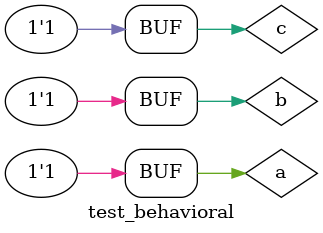
<source format=v>
`timescale 1ns / 1ps


module test_behavioral;

	// Inputs
	reg a;
	reg b;
	reg c;

	// Outputs
	wire [1:0] outp;

	// Instantiate the Unit Under Test (UUT)
	encoder_behavioral uut (
		.a(a), 
		.b(b), 
		.c(c), 
		.outp(outp)
	);

	initial begin
		// Initialize Inputs

		a = 0;
		b = 0;
		c = 0;
		#100;


		a = 0;
		b = 0;
		c = 1;
		#100;


		a = 0;
		b = 1;
		c = 0;
		#100;


		a = 0;
		b = 1;
		c = 1;
		#100;


		a = 1;
		b = 0;
		c = 0;
		#100;


		a = 1;
		b = 0;
		c = 1;
		#100;


		a = 1;
		b = 1;
		c = 0;
		#100;


		a = 1;
		b = 1;
		c = 1;
		
		// Add stimulus here

	end
      
endmodule


</source>
